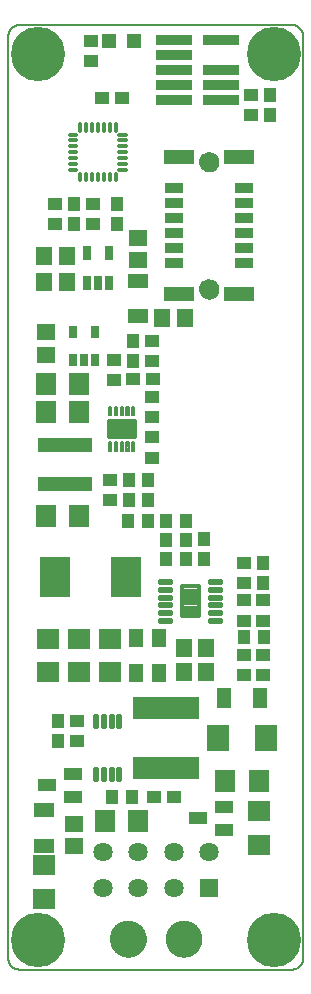
<source format=gts>
G75*
%MOIN*%
%OFA0B0*%
%FSLAX25Y25*%
%IPPOS*%
%LPD*%
%AMOC8*
5,1,8,0,0,1.08239X$1,22.5*
%
%ADD10C,0.00000*%
%ADD11C,0.06699*%
%ADD12R,0.06306X0.03550*%
%ADD13R,0.10243X0.05124*%
%ADD14C,0.01384*%
%ADD15R,0.04731X0.04337*%
%ADD16R,0.04337X0.04731*%
%ADD17R,0.12211X0.03550*%
%ADD18R,0.05124X0.05124*%
%ADD19C,0.00500*%
%ADD20C,0.18117*%
%ADD21C,0.01419*%
%ADD22C,0.00987*%
%ADD23R,0.07498X0.06699*%
%ADD24R,0.06699X0.07487*%
%ADD25R,0.07408X0.08904*%
%ADD26R,0.05124X0.06699*%
%ADD27R,0.22054X0.07683*%
%ADD28R,0.05124X0.06306*%
%ADD29R,0.05518X0.06306*%
%ADD30R,0.07487X0.06699*%
%ADD31C,0.06424*%
%ADD32R,0.06424X0.06424*%
%ADD33C,0.12211*%
%ADD34R,0.06306X0.05518*%
%ADD35R,0.06699X0.05124*%
%ADD36R,0.06699X0.07498*%
%ADD37R,0.10243X0.13195*%
%ADD38R,0.05912X0.04337*%
%ADD39R,0.02565X0.05124*%
%ADD40C,0.01724*%
%ADD41C,0.00692*%
%ADD42R,0.18117X0.05124*%
%ADD43R,0.02762X0.03943*%
D10*
X0050443Y0019610D02*
X0050445Y0019763D01*
X0050451Y0019917D01*
X0050461Y0020070D01*
X0050475Y0020222D01*
X0050493Y0020375D01*
X0050515Y0020526D01*
X0050540Y0020677D01*
X0050570Y0020828D01*
X0050604Y0020978D01*
X0050641Y0021126D01*
X0050682Y0021274D01*
X0050727Y0021420D01*
X0050776Y0021566D01*
X0050829Y0021710D01*
X0050885Y0021852D01*
X0050945Y0021993D01*
X0051009Y0022133D01*
X0051076Y0022271D01*
X0051147Y0022407D01*
X0051222Y0022541D01*
X0051299Y0022673D01*
X0051381Y0022803D01*
X0051465Y0022931D01*
X0051553Y0023057D01*
X0051644Y0023180D01*
X0051738Y0023301D01*
X0051836Y0023419D01*
X0051936Y0023535D01*
X0052040Y0023648D01*
X0052146Y0023759D01*
X0052255Y0023867D01*
X0052367Y0023972D01*
X0052481Y0024073D01*
X0052599Y0024172D01*
X0052718Y0024268D01*
X0052840Y0024361D01*
X0052965Y0024450D01*
X0053092Y0024537D01*
X0053221Y0024619D01*
X0053352Y0024699D01*
X0053485Y0024775D01*
X0053620Y0024848D01*
X0053757Y0024917D01*
X0053896Y0024982D01*
X0054036Y0025044D01*
X0054178Y0025102D01*
X0054321Y0025157D01*
X0054466Y0025208D01*
X0054612Y0025255D01*
X0054759Y0025298D01*
X0054907Y0025337D01*
X0055056Y0025373D01*
X0055206Y0025404D01*
X0055357Y0025432D01*
X0055508Y0025456D01*
X0055661Y0025476D01*
X0055813Y0025492D01*
X0055966Y0025504D01*
X0056119Y0025512D01*
X0056272Y0025516D01*
X0056426Y0025516D01*
X0056579Y0025512D01*
X0056732Y0025504D01*
X0056885Y0025492D01*
X0057037Y0025476D01*
X0057190Y0025456D01*
X0057341Y0025432D01*
X0057492Y0025404D01*
X0057642Y0025373D01*
X0057791Y0025337D01*
X0057939Y0025298D01*
X0058086Y0025255D01*
X0058232Y0025208D01*
X0058377Y0025157D01*
X0058520Y0025102D01*
X0058662Y0025044D01*
X0058802Y0024982D01*
X0058941Y0024917D01*
X0059078Y0024848D01*
X0059213Y0024775D01*
X0059346Y0024699D01*
X0059477Y0024619D01*
X0059606Y0024537D01*
X0059733Y0024450D01*
X0059858Y0024361D01*
X0059980Y0024268D01*
X0060099Y0024172D01*
X0060217Y0024073D01*
X0060331Y0023972D01*
X0060443Y0023867D01*
X0060552Y0023759D01*
X0060658Y0023648D01*
X0060762Y0023535D01*
X0060862Y0023419D01*
X0060960Y0023301D01*
X0061054Y0023180D01*
X0061145Y0023057D01*
X0061233Y0022931D01*
X0061317Y0022803D01*
X0061399Y0022673D01*
X0061476Y0022541D01*
X0061551Y0022407D01*
X0061622Y0022271D01*
X0061689Y0022133D01*
X0061753Y0021993D01*
X0061813Y0021852D01*
X0061869Y0021710D01*
X0061922Y0021566D01*
X0061971Y0021420D01*
X0062016Y0021274D01*
X0062057Y0021126D01*
X0062094Y0020978D01*
X0062128Y0020828D01*
X0062158Y0020677D01*
X0062183Y0020526D01*
X0062205Y0020375D01*
X0062223Y0020222D01*
X0062237Y0020070D01*
X0062247Y0019917D01*
X0062253Y0019763D01*
X0062255Y0019610D01*
X0062253Y0019457D01*
X0062247Y0019303D01*
X0062237Y0019150D01*
X0062223Y0018998D01*
X0062205Y0018845D01*
X0062183Y0018694D01*
X0062158Y0018543D01*
X0062128Y0018392D01*
X0062094Y0018242D01*
X0062057Y0018094D01*
X0062016Y0017946D01*
X0061971Y0017800D01*
X0061922Y0017654D01*
X0061869Y0017510D01*
X0061813Y0017368D01*
X0061753Y0017227D01*
X0061689Y0017087D01*
X0061622Y0016949D01*
X0061551Y0016813D01*
X0061476Y0016679D01*
X0061399Y0016547D01*
X0061317Y0016417D01*
X0061233Y0016289D01*
X0061145Y0016163D01*
X0061054Y0016040D01*
X0060960Y0015919D01*
X0060862Y0015801D01*
X0060762Y0015685D01*
X0060658Y0015572D01*
X0060552Y0015461D01*
X0060443Y0015353D01*
X0060331Y0015248D01*
X0060217Y0015147D01*
X0060099Y0015048D01*
X0059980Y0014952D01*
X0059858Y0014859D01*
X0059733Y0014770D01*
X0059606Y0014683D01*
X0059477Y0014601D01*
X0059346Y0014521D01*
X0059213Y0014445D01*
X0059078Y0014372D01*
X0058941Y0014303D01*
X0058802Y0014238D01*
X0058662Y0014176D01*
X0058520Y0014118D01*
X0058377Y0014063D01*
X0058232Y0014012D01*
X0058086Y0013965D01*
X0057939Y0013922D01*
X0057791Y0013883D01*
X0057642Y0013847D01*
X0057492Y0013816D01*
X0057341Y0013788D01*
X0057190Y0013764D01*
X0057037Y0013744D01*
X0056885Y0013728D01*
X0056732Y0013716D01*
X0056579Y0013708D01*
X0056426Y0013704D01*
X0056272Y0013704D01*
X0056119Y0013708D01*
X0055966Y0013716D01*
X0055813Y0013728D01*
X0055661Y0013744D01*
X0055508Y0013764D01*
X0055357Y0013788D01*
X0055206Y0013816D01*
X0055056Y0013847D01*
X0054907Y0013883D01*
X0054759Y0013922D01*
X0054612Y0013965D01*
X0054466Y0014012D01*
X0054321Y0014063D01*
X0054178Y0014118D01*
X0054036Y0014176D01*
X0053896Y0014238D01*
X0053757Y0014303D01*
X0053620Y0014372D01*
X0053485Y0014445D01*
X0053352Y0014521D01*
X0053221Y0014601D01*
X0053092Y0014683D01*
X0052965Y0014770D01*
X0052840Y0014859D01*
X0052718Y0014952D01*
X0052599Y0015048D01*
X0052481Y0015147D01*
X0052367Y0015248D01*
X0052255Y0015353D01*
X0052146Y0015461D01*
X0052040Y0015572D01*
X0051936Y0015685D01*
X0051836Y0015801D01*
X0051738Y0015919D01*
X0051644Y0016040D01*
X0051553Y0016163D01*
X0051465Y0016289D01*
X0051381Y0016417D01*
X0051299Y0016547D01*
X0051222Y0016679D01*
X0051147Y0016813D01*
X0051076Y0016949D01*
X0051009Y0017087D01*
X0050945Y0017227D01*
X0050885Y0017368D01*
X0050829Y0017510D01*
X0050776Y0017654D01*
X0050727Y0017800D01*
X0050682Y0017946D01*
X0050641Y0018094D01*
X0050604Y0018242D01*
X0050570Y0018392D01*
X0050540Y0018543D01*
X0050515Y0018694D01*
X0050493Y0018845D01*
X0050475Y0018998D01*
X0050461Y0019150D01*
X0050451Y0019303D01*
X0050445Y0019457D01*
X0050443Y0019610D01*
X0068946Y0019610D02*
X0068948Y0019763D01*
X0068954Y0019917D01*
X0068964Y0020070D01*
X0068978Y0020222D01*
X0068996Y0020375D01*
X0069018Y0020526D01*
X0069043Y0020677D01*
X0069073Y0020828D01*
X0069107Y0020978D01*
X0069144Y0021126D01*
X0069185Y0021274D01*
X0069230Y0021420D01*
X0069279Y0021566D01*
X0069332Y0021710D01*
X0069388Y0021852D01*
X0069448Y0021993D01*
X0069512Y0022133D01*
X0069579Y0022271D01*
X0069650Y0022407D01*
X0069725Y0022541D01*
X0069802Y0022673D01*
X0069884Y0022803D01*
X0069968Y0022931D01*
X0070056Y0023057D01*
X0070147Y0023180D01*
X0070241Y0023301D01*
X0070339Y0023419D01*
X0070439Y0023535D01*
X0070543Y0023648D01*
X0070649Y0023759D01*
X0070758Y0023867D01*
X0070870Y0023972D01*
X0070984Y0024073D01*
X0071102Y0024172D01*
X0071221Y0024268D01*
X0071343Y0024361D01*
X0071468Y0024450D01*
X0071595Y0024537D01*
X0071724Y0024619D01*
X0071855Y0024699D01*
X0071988Y0024775D01*
X0072123Y0024848D01*
X0072260Y0024917D01*
X0072399Y0024982D01*
X0072539Y0025044D01*
X0072681Y0025102D01*
X0072824Y0025157D01*
X0072969Y0025208D01*
X0073115Y0025255D01*
X0073262Y0025298D01*
X0073410Y0025337D01*
X0073559Y0025373D01*
X0073709Y0025404D01*
X0073860Y0025432D01*
X0074011Y0025456D01*
X0074164Y0025476D01*
X0074316Y0025492D01*
X0074469Y0025504D01*
X0074622Y0025512D01*
X0074775Y0025516D01*
X0074929Y0025516D01*
X0075082Y0025512D01*
X0075235Y0025504D01*
X0075388Y0025492D01*
X0075540Y0025476D01*
X0075693Y0025456D01*
X0075844Y0025432D01*
X0075995Y0025404D01*
X0076145Y0025373D01*
X0076294Y0025337D01*
X0076442Y0025298D01*
X0076589Y0025255D01*
X0076735Y0025208D01*
X0076880Y0025157D01*
X0077023Y0025102D01*
X0077165Y0025044D01*
X0077305Y0024982D01*
X0077444Y0024917D01*
X0077581Y0024848D01*
X0077716Y0024775D01*
X0077849Y0024699D01*
X0077980Y0024619D01*
X0078109Y0024537D01*
X0078236Y0024450D01*
X0078361Y0024361D01*
X0078483Y0024268D01*
X0078602Y0024172D01*
X0078720Y0024073D01*
X0078834Y0023972D01*
X0078946Y0023867D01*
X0079055Y0023759D01*
X0079161Y0023648D01*
X0079265Y0023535D01*
X0079365Y0023419D01*
X0079463Y0023301D01*
X0079557Y0023180D01*
X0079648Y0023057D01*
X0079736Y0022931D01*
X0079820Y0022803D01*
X0079902Y0022673D01*
X0079979Y0022541D01*
X0080054Y0022407D01*
X0080125Y0022271D01*
X0080192Y0022133D01*
X0080256Y0021993D01*
X0080316Y0021852D01*
X0080372Y0021710D01*
X0080425Y0021566D01*
X0080474Y0021420D01*
X0080519Y0021274D01*
X0080560Y0021126D01*
X0080597Y0020978D01*
X0080631Y0020828D01*
X0080661Y0020677D01*
X0080686Y0020526D01*
X0080708Y0020375D01*
X0080726Y0020222D01*
X0080740Y0020070D01*
X0080750Y0019917D01*
X0080756Y0019763D01*
X0080758Y0019610D01*
X0080756Y0019457D01*
X0080750Y0019303D01*
X0080740Y0019150D01*
X0080726Y0018998D01*
X0080708Y0018845D01*
X0080686Y0018694D01*
X0080661Y0018543D01*
X0080631Y0018392D01*
X0080597Y0018242D01*
X0080560Y0018094D01*
X0080519Y0017946D01*
X0080474Y0017800D01*
X0080425Y0017654D01*
X0080372Y0017510D01*
X0080316Y0017368D01*
X0080256Y0017227D01*
X0080192Y0017087D01*
X0080125Y0016949D01*
X0080054Y0016813D01*
X0079979Y0016679D01*
X0079902Y0016547D01*
X0079820Y0016417D01*
X0079736Y0016289D01*
X0079648Y0016163D01*
X0079557Y0016040D01*
X0079463Y0015919D01*
X0079365Y0015801D01*
X0079265Y0015685D01*
X0079161Y0015572D01*
X0079055Y0015461D01*
X0078946Y0015353D01*
X0078834Y0015248D01*
X0078720Y0015147D01*
X0078602Y0015048D01*
X0078483Y0014952D01*
X0078361Y0014859D01*
X0078236Y0014770D01*
X0078109Y0014683D01*
X0077980Y0014601D01*
X0077849Y0014521D01*
X0077716Y0014445D01*
X0077581Y0014372D01*
X0077444Y0014303D01*
X0077305Y0014238D01*
X0077165Y0014176D01*
X0077023Y0014118D01*
X0076880Y0014063D01*
X0076735Y0014012D01*
X0076589Y0013965D01*
X0076442Y0013922D01*
X0076294Y0013883D01*
X0076145Y0013847D01*
X0075995Y0013816D01*
X0075844Y0013788D01*
X0075693Y0013764D01*
X0075540Y0013744D01*
X0075388Y0013728D01*
X0075235Y0013716D01*
X0075082Y0013708D01*
X0074929Y0013704D01*
X0074775Y0013704D01*
X0074622Y0013708D01*
X0074469Y0013716D01*
X0074316Y0013728D01*
X0074164Y0013744D01*
X0074011Y0013764D01*
X0073860Y0013788D01*
X0073709Y0013816D01*
X0073559Y0013847D01*
X0073410Y0013883D01*
X0073262Y0013922D01*
X0073115Y0013965D01*
X0072969Y0014012D01*
X0072824Y0014063D01*
X0072681Y0014118D01*
X0072539Y0014176D01*
X0072399Y0014238D01*
X0072260Y0014303D01*
X0072123Y0014372D01*
X0071988Y0014445D01*
X0071855Y0014521D01*
X0071724Y0014601D01*
X0071595Y0014683D01*
X0071468Y0014770D01*
X0071343Y0014859D01*
X0071221Y0014952D01*
X0071102Y0015048D01*
X0070984Y0015147D01*
X0070870Y0015248D01*
X0070758Y0015353D01*
X0070649Y0015461D01*
X0070543Y0015572D01*
X0070439Y0015685D01*
X0070339Y0015801D01*
X0070241Y0015919D01*
X0070147Y0016040D01*
X0070056Y0016163D01*
X0069968Y0016289D01*
X0069884Y0016417D01*
X0069802Y0016547D01*
X0069725Y0016679D01*
X0069650Y0016813D01*
X0069579Y0016949D01*
X0069512Y0017087D01*
X0069448Y0017227D01*
X0069388Y0017368D01*
X0069332Y0017510D01*
X0069279Y0017654D01*
X0069230Y0017800D01*
X0069185Y0017946D01*
X0069144Y0018094D01*
X0069107Y0018242D01*
X0069073Y0018392D01*
X0069043Y0018543D01*
X0069018Y0018694D01*
X0068996Y0018845D01*
X0068978Y0018998D01*
X0068964Y0019150D01*
X0068954Y0019303D01*
X0068948Y0019457D01*
X0068946Y0019610D01*
X0080167Y0236205D02*
X0080169Y0236317D01*
X0080175Y0236428D01*
X0080185Y0236540D01*
X0080199Y0236651D01*
X0080216Y0236761D01*
X0080238Y0236871D01*
X0080264Y0236980D01*
X0080293Y0237088D01*
X0080326Y0237194D01*
X0080363Y0237300D01*
X0080404Y0237404D01*
X0080449Y0237507D01*
X0080497Y0237608D01*
X0080548Y0237707D01*
X0080603Y0237804D01*
X0080662Y0237899D01*
X0080723Y0237993D01*
X0080788Y0238084D01*
X0080857Y0238172D01*
X0080928Y0238258D01*
X0081002Y0238342D01*
X0081080Y0238422D01*
X0081160Y0238500D01*
X0081243Y0238576D01*
X0081328Y0238648D01*
X0081416Y0238717D01*
X0081506Y0238783D01*
X0081599Y0238845D01*
X0081694Y0238905D01*
X0081791Y0238961D01*
X0081889Y0239013D01*
X0081990Y0239062D01*
X0082092Y0239107D01*
X0082196Y0239149D01*
X0082301Y0239187D01*
X0082408Y0239221D01*
X0082515Y0239251D01*
X0082624Y0239278D01*
X0082733Y0239300D01*
X0082844Y0239319D01*
X0082954Y0239334D01*
X0083066Y0239345D01*
X0083177Y0239352D01*
X0083289Y0239355D01*
X0083401Y0239354D01*
X0083513Y0239349D01*
X0083624Y0239340D01*
X0083735Y0239327D01*
X0083846Y0239310D01*
X0083956Y0239290D01*
X0084065Y0239265D01*
X0084173Y0239237D01*
X0084280Y0239204D01*
X0084386Y0239168D01*
X0084490Y0239128D01*
X0084593Y0239085D01*
X0084695Y0239038D01*
X0084794Y0238987D01*
X0084892Y0238933D01*
X0084988Y0238875D01*
X0085082Y0238814D01*
X0085173Y0238750D01*
X0085262Y0238683D01*
X0085349Y0238612D01*
X0085433Y0238538D01*
X0085515Y0238462D01*
X0085593Y0238382D01*
X0085669Y0238300D01*
X0085742Y0238215D01*
X0085812Y0238128D01*
X0085878Y0238038D01*
X0085942Y0237946D01*
X0086002Y0237852D01*
X0086059Y0237756D01*
X0086112Y0237657D01*
X0086162Y0237557D01*
X0086208Y0237456D01*
X0086251Y0237352D01*
X0086290Y0237247D01*
X0086325Y0237141D01*
X0086356Y0237034D01*
X0086384Y0236925D01*
X0086407Y0236816D01*
X0086427Y0236706D01*
X0086443Y0236595D01*
X0086455Y0236484D01*
X0086463Y0236373D01*
X0086467Y0236261D01*
X0086467Y0236149D01*
X0086463Y0236037D01*
X0086455Y0235926D01*
X0086443Y0235815D01*
X0086427Y0235704D01*
X0086407Y0235594D01*
X0086384Y0235485D01*
X0086356Y0235376D01*
X0086325Y0235269D01*
X0086290Y0235163D01*
X0086251Y0235058D01*
X0086208Y0234954D01*
X0086162Y0234853D01*
X0086112Y0234753D01*
X0086059Y0234654D01*
X0086002Y0234558D01*
X0085942Y0234464D01*
X0085878Y0234372D01*
X0085812Y0234282D01*
X0085742Y0234195D01*
X0085669Y0234110D01*
X0085593Y0234028D01*
X0085515Y0233948D01*
X0085433Y0233872D01*
X0085349Y0233798D01*
X0085262Y0233727D01*
X0085173Y0233660D01*
X0085082Y0233596D01*
X0084988Y0233535D01*
X0084892Y0233477D01*
X0084794Y0233423D01*
X0084695Y0233372D01*
X0084593Y0233325D01*
X0084490Y0233282D01*
X0084386Y0233242D01*
X0084280Y0233206D01*
X0084173Y0233173D01*
X0084065Y0233145D01*
X0083956Y0233120D01*
X0083846Y0233100D01*
X0083735Y0233083D01*
X0083624Y0233070D01*
X0083513Y0233061D01*
X0083401Y0233056D01*
X0083289Y0233055D01*
X0083177Y0233058D01*
X0083066Y0233065D01*
X0082954Y0233076D01*
X0082844Y0233091D01*
X0082733Y0233110D01*
X0082624Y0233132D01*
X0082515Y0233159D01*
X0082408Y0233189D01*
X0082301Y0233223D01*
X0082196Y0233261D01*
X0082092Y0233303D01*
X0081990Y0233348D01*
X0081889Y0233397D01*
X0081791Y0233449D01*
X0081694Y0233505D01*
X0081599Y0233565D01*
X0081506Y0233627D01*
X0081416Y0233693D01*
X0081328Y0233762D01*
X0081243Y0233834D01*
X0081160Y0233910D01*
X0081080Y0233988D01*
X0081002Y0234068D01*
X0080928Y0234152D01*
X0080857Y0234238D01*
X0080788Y0234326D01*
X0080723Y0234417D01*
X0080662Y0234511D01*
X0080603Y0234606D01*
X0080548Y0234703D01*
X0080497Y0234802D01*
X0080449Y0234903D01*
X0080404Y0235006D01*
X0080363Y0235110D01*
X0080326Y0235216D01*
X0080293Y0235322D01*
X0080264Y0235430D01*
X0080238Y0235539D01*
X0080216Y0235649D01*
X0080199Y0235759D01*
X0080185Y0235870D01*
X0080175Y0235982D01*
X0080169Y0236093D01*
X0080167Y0236205D01*
X0080169Y0236317D01*
X0080175Y0236428D01*
X0080185Y0236540D01*
X0080199Y0236651D01*
X0080216Y0236761D01*
X0080238Y0236871D01*
X0080264Y0236980D01*
X0080293Y0237088D01*
X0080326Y0237194D01*
X0080363Y0237300D01*
X0080404Y0237404D01*
X0080449Y0237507D01*
X0080497Y0237608D01*
X0080548Y0237707D01*
X0080603Y0237804D01*
X0080662Y0237899D01*
X0080723Y0237993D01*
X0080788Y0238084D01*
X0080857Y0238172D01*
X0080928Y0238258D01*
X0081002Y0238342D01*
X0081080Y0238422D01*
X0081160Y0238500D01*
X0081243Y0238576D01*
X0081328Y0238648D01*
X0081416Y0238717D01*
X0081506Y0238783D01*
X0081599Y0238845D01*
X0081694Y0238905D01*
X0081791Y0238961D01*
X0081889Y0239013D01*
X0081990Y0239062D01*
X0082092Y0239107D01*
X0082196Y0239149D01*
X0082301Y0239187D01*
X0082408Y0239221D01*
X0082515Y0239251D01*
X0082624Y0239278D01*
X0082733Y0239300D01*
X0082844Y0239319D01*
X0082954Y0239334D01*
X0083066Y0239345D01*
X0083177Y0239352D01*
X0083289Y0239355D01*
X0083401Y0239354D01*
X0083513Y0239349D01*
X0083624Y0239340D01*
X0083735Y0239327D01*
X0083846Y0239310D01*
X0083956Y0239290D01*
X0084065Y0239265D01*
X0084173Y0239237D01*
X0084280Y0239204D01*
X0084386Y0239168D01*
X0084490Y0239128D01*
X0084593Y0239085D01*
X0084695Y0239038D01*
X0084794Y0238987D01*
X0084892Y0238933D01*
X0084988Y0238875D01*
X0085082Y0238814D01*
X0085173Y0238750D01*
X0085262Y0238683D01*
X0085349Y0238612D01*
X0085433Y0238538D01*
X0085515Y0238462D01*
X0085593Y0238382D01*
X0085669Y0238300D01*
X0085742Y0238215D01*
X0085812Y0238128D01*
X0085878Y0238038D01*
X0085942Y0237946D01*
X0086002Y0237852D01*
X0086059Y0237756D01*
X0086112Y0237657D01*
X0086162Y0237557D01*
X0086208Y0237456D01*
X0086251Y0237352D01*
X0086290Y0237247D01*
X0086325Y0237141D01*
X0086356Y0237034D01*
X0086384Y0236925D01*
X0086407Y0236816D01*
X0086427Y0236706D01*
X0086443Y0236595D01*
X0086455Y0236484D01*
X0086463Y0236373D01*
X0086467Y0236261D01*
X0086467Y0236149D01*
X0086463Y0236037D01*
X0086455Y0235926D01*
X0086443Y0235815D01*
X0086427Y0235704D01*
X0086407Y0235594D01*
X0086384Y0235485D01*
X0086356Y0235376D01*
X0086325Y0235269D01*
X0086290Y0235163D01*
X0086251Y0235058D01*
X0086208Y0234954D01*
X0086162Y0234853D01*
X0086112Y0234753D01*
X0086059Y0234654D01*
X0086002Y0234558D01*
X0085942Y0234464D01*
X0085878Y0234372D01*
X0085812Y0234282D01*
X0085742Y0234195D01*
X0085669Y0234110D01*
X0085593Y0234028D01*
X0085515Y0233948D01*
X0085433Y0233872D01*
X0085349Y0233798D01*
X0085262Y0233727D01*
X0085173Y0233660D01*
X0085082Y0233596D01*
X0084988Y0233535D01*
X0084892Y0233477D01*
X0084794Y0233423D01*
X0084695Y0233372D01*
X0084593Y0233325D01*
X0084490Y0233282D01*
X0084386Y0233242D01*
X0084280Y0233206D01*
X0084173Y0233173D01*
X0084065Y0233145D01*
X0083956Y0233120D01*
X0083846Y0233100D01*
X0083735Y0233083D01*
X0083624Y0233070D01*
X0083513Y0233061D01*
X0083401Y0233056D01*
X0083289Y0233055D01*
X0083177Y0233058D01*
X0083066Y0233065D01*
X0082954Y0233076D01*
X0082844Y0233091D01*
X0082733Y0233110D01*
X0082624Y0233132D01*
X0082515Y0233159D01*
X0082408Y0233189D01*
X0082301Y0233223D01*
X0082196Y0233261D01*
X0082092Y0233303D01*
X0081990Y0233348D01*
X0081889Y0233397D01*
X0081791Y0233449D01*
X0081694Y0233505D01*
X0081599Y0233565D01*
X0081506Y0233627D01*
X0081416Y0233693D01*
X0081328Y0233762D01*
X0081243Y0233834D01*
X0081160Y0233910D01*
X0081080Y0233988D01*
X0081002Y0234068D01*
X0080928Y0234152D01*
X0080857Y0234238D01*
X0080788Y0234326D01*
X0080723Y0234417D01*
X0080662Y0234511D01*
X0080603Y0234606D01*
X0080548Y0234703D01*
X0080497Y0234802D01*
X0080449Y0234903D01*
X0080404Y0235006D01*
X0080363Y0235110D01*
X0080326Y0235216D01*
X0080293Y0235322D01*
X0080264Y0235430D01*
X0080238Y0235539D01*
X0080216Y0235649D01*
X0080199Y0235759D01*
X0080185Y0235870D01*
X0080175Y0235982D01*
X0080169Y0236093D01*
X0080167Y0236205D01*
X0080167Y0278606D02*
X0080169Y0278718D01*
X0080175Y0278829D01*
X0080185Y0278941D01*
X0080199Y0279052D01*
X0080216Y0279162D01*
X0080238Y0279272D01*
X0080264Y0279381D01*
X0080293Y0279489D01*
X0080326Y0279595D01*
X0080363Y0279701D01*
X0080404Y0279805D01*
X0080449Y0279908D01*
X0080497Y0280009D01*
X0080548Y0280108D01*
X0080603Y0280205D01*
X0080662Y0280300D01*
X0080723Y0280394D01*
X0080788Y0280485D01*
X0080857Y0280573D01*
X0080928Y0280659D01*
X0081002Y0280743D01*
X0081080Y0280823D01*
X0081160Y0280901D01*
X0081243Y0280977D01*
X0081328Y0281049D01*
X0081416Y0281118D01*
X0081506Y0281184D01*
X0081599Y0281246D01*
X0081694Y0281306D01*
X0081791Y0281362D01*
X0081889Y0281414D01*
X0081990Y0281463D01*
X0082092Y0281508D01*
X0082196Y0281550D01*
X0082301Y0281588D01*
X0082408Y0281622D01*
X0082515Y0281652D01*
X0082624Y0281679D01*
X0082733Y0281701D01*
X0082844Y0281720D01*
X0082954Y0281735D01*
X0083066Y0281746D01*
X0083177Y0281753D01*
X0083289Y0281756D01*
X0083401Y0281755D01*
X0083513Y0281750D01*
X0083624Y0281741D01*
X0083735Y0281728D01*
X0083846Y0281711D01*
X0083956Y0281691D01*
X0084065Y0281666D01*
X0084173Y0281638D01*
X0084280Y0281605D01*
X0084386Y0281569D01*
X0084490Y0281529D01*
X0084593Y0281486D01*
X0084695Y0281439D01*
X0084794Y0281388D01*
X0084892Y0281334D01*
X0084988Y0281276D01*
X0085082Y0281215D01*
X0085173Y0281151D01*
X0085262Y0281084D01*
X0085349Y0281013D01*
X0085433Y0280939D01*
X0085515Y0280863D01*
X0085593Y0280783D01*
X0085669Y0280701D01*
X0085742Y0280616D01*
X0085812Y0280529D01*
X0085878Y0280439D01*
X0085942Y0280347D01*
X0086002Y0280253D01*
X0086059Y0280157D01*
X0086112Y0280058D01*
X0086162Y0279958D01*
X0086208Y0279857D01*
X0086251Y0279753D01*
X0086290Y0279648D01*
X0086325Y0279542D01*
X0086356Y0279435D01*
X0086384Y0279326D01*
X0086407Y0279217D01*
X0086427Y0279107D01*
X0086443Y0278996D01*
X0086455Y0278885D01*
X0086463Y0278774D01*
X0086467Y0278662D01*
X0086467Y0278550D01*
X0086463Y0278438D01*
X0086455Y0278327D01*
X0086443Y0278216D01*
X0086427Y0278105D01*
X0086407Y0277995D01*
X0086384Y0277886D01*
X0086356Y0277777D01*
X0086325Y0277670D01*
X0086290Y0277564D01*
X0086251Y0277459D01*
X0086208Y0277355D01*
X0086162Y0277254D01*
X0086112Y0277154D01*
X0086059Y0277055D01*
X0086002Y0276959D01*
X0085942Y0276865D01*
X0085878Y0276773D01*
X0085812Y0276683D01*
X0085742Y0276596D01*
X0085669Y0276511D01*
X0085593Y0276429D01*
X0085515Y0276349D01*
X0085433Y0276273D01*
X0085349Y0276199D01*
X0085262Y0276128D01*
X0085173Y0276061D01*
X0085082Y0275997D01*
X0084988Y0275936D01*
X0084892Y0275878D01*
X0084794Y0275824D01*
X0084695Y0275773D01*
X0084593Y0275726D01*
X0084490Y0275683D01*
X0084386Y0275643D01*
X0084280Y0275607D01*
X0084173Y0275574D01*
X0084065Y0275546D01*
X0083956Y0275521D01*
X0083846Y0275501D01*
X0083735Y0275484D01*
X0083624Y0275471D01*
X0083513Y0275462D01*
X0083401Y0275457D01*
X0083289Y0275456D01*
X0083177Y0275459D01*
X0083066Y0275466D01*
X0082954Y0275477D01*
X0082844Y0275492D01*
X0082733Y0275511D01*
X0082624Y0275533D01*
X0082515Y0275560D01*
X0082408Y0275590D01*
X0082301Y0275624D01*
X0082196Y0275662D01*
X0082092Y0275704D01*
X0081990Y0275749D01*
X0081889Y0275798D01*
X0081791Y0275850D01*
X0081694Y0275906D01*
X0081599Y0275966D01*
X0081506Y0276028D01*
X0081416Y0276094D01*
X0081328Y0276163D01*
X0081243Y0276235D01*
X0081160Y0276311D01*
X0081080Y0276389D01*
X0081002Y0276469D01*
X0080928Y0276553D01*
X0080857Y0276639D01*
X0080788Y0276727D01*
X0080723Y0276818D01*
X0080662Y0276912D01*
X0080603Y0277007D01*
X0080548Y0277104D01*
X0080497Y0277203D01*
X0080449Y0277304D01*
X0080404Y0277407D01*
X0080363Y0277511D01*
X0080326Y0277617D01*
X0080293Y0277723D01*
X0080264Y0277831D01*
X0080238Y0277940D01*
X0080216Y0278050D01*
X0080199Y0278160D01*
X0080185Y0278271D01*
X0080175Y0278383D01*
X0080169Y0278494D01*
X0080167Y0278606D01*
X0080169Y0278718D01*
X0080175Y0278829D01*
X0080185Y0278941D01*
X0080199Y0279052D01*
X0080216Y0279162D01*
X0080238Y0279272D01*
X0080264Y0279381D01*
X0080293Y0279489D01*
X0080326Y0279595D01*
X0080363Y0279701D01*
X0080404Y0279805D01*
X0080449Y0279908D01*
X0080497Y0280009D01*
X0080548Y0280108D01*
X0080603Y0280205D01*
X0080662Y0280300D01*
X0080723Y0280394D01*
X0080788Y0280485D01*
X0080857Y0280573D01*
X0080928Y0280659D01*
X0081002Y0280743D01*
X0081080Y0280823D01*
X0081160Y0280901D01*
X0081243Y0280977D01*
X0081328Y0281049D01*
X0081416Y0281118D01*
X0081506Y0281184D01*
X0081599Y0281246D01*
X0081694Y0281306D01*
X0081791Y0281362D01*
X0081889Y0281414D01*
X0081990Y0281463D01*
X0082092Y0281508D01*
X0082196Y0281550D01*
X0082301Y0281588D01*
X0082408Y0281622D01*
X0082515Y0281652D01*
X0082624Y0281679D01*
X0082733Y0281701D01*
X0082844Y0281720D01*
X0082954Y0281735D01*
X0083066Y0281746D01*
X0083177Y0281753D01*
X0083289Y0281756D01*
X0083401Y0281755D01*
X0083513Y0281750D01*
X0083624Y0281741D01*
X0083735Y0281728D01*
X0083846Y0281711D01*
X0083956Y0281691D01*
X0084065Y0281666D01*
X0084173Y0281638D01*
X0084280Y0281605D01*
X0084386Y0281569D01*
X0084490Y0281529D01*
X0084593Y0281486D01*
X0084695Y0281439D01*
X0084794Y0281388D01*
X0084892Y0281334D01*
X0084988Y0281276D01*
X0085082Y0281215D01*
X0085173Y0281151D01*
X0085262Y0281084D01*
X0085349Y0281013D01*
X0085433Y0280939D01*
X0085515Y0280863D01*
X0085593Y0280783D01*
X0085669Y0280701D01*
X0085742Y0280616D01*
X0085812Y0280529D01*
X0085878Y0280439D01*
X0085942Y0280347D01*
X0086002Y0280253D01*
X0086059Y0280157D01*
X0086112Y0280058D01*
X0086162Y0279958D01*
X0086208Y0279857D01*
X0086251Y0279753D01*
X0086290Y0279648D01*
X0086325Y0279542D01*
X0086356Y0279435D01*
X0086384Y0279326D01*
X0086407Y0279217D01*
X0086427Y0279107D01*
X0086443Y0278996D01*
X0086455Y0278885D01*
X0086463Y0278774D01*
X0086467Y0278662D01*
X0086467Y0278550D01*
X0086463Y0278438D01*
X0086455Y0278327D01*
X0086443Y0278216D01*
X0086427Y0278105D01*
X0086407Y0277995D01*
X0086384Y0277886D01*
X0086356Y0277777D01*
X0086325Y0277670D01*
X0086290Y0277564D01*
X0086251Y0277459D01*
X0086208Y0277355D01*
X0086162Y0277254D01*
X0086112Y0277154D01*
X0086059Y0277055D01*
X0086002Y0276959D01*
X0085942Y0276865D01*
X0085878Y0276773D01*
X0085812Y0276683D01*
X0085742Y0276596D01*
X0085669Y0276511D01*
X0085593Y0276429D01*
X0085515Y0276349D01*
X0085433Y0276273D01*
X0085349Y0276199D01*
X0085262Y0276128D01*
X0085173Y0276061D01*
X0085082Y0275997D01*
X0084988Y0275936D01*
X0084892Y0275878D01*
X0084794Y0275824D01*
X0084695Y0275773D01*
X0084593Y0275726D01*
X0084490Y0275683D01*
X0084386Y0275643D01*
X0084280Y0275607D01*
X0084173Y0275574D01*
X0084065Y0275546D01*
X0083956Y0275521D01*
X0083846Y0275501D01*
X0083735Y0275484D01*
X0083624Y0275471D01*
X0083513Y0275462D01*
X0083401Y0275457D01*
X0083289Y0275456D01*
X0083177Y0275459D01*
X0083066Y0275466D01*
X0082954Y0275477D01*
X0082844Y0275492D01*
X0082733Y0275511D01*
X0082624Y0275533D01*
X0082515Y0275560D01*
X0082408Y0275590D01*
X0082301Y0275624D01*
X0082196Y0275662D01*
X0082092Y0275704D01*
X0081990Y0275749D01*
X0081889Y0275798D01*
X0081791Y0275850D01*
X0081694Y0275906D01*
X0081599Y0275966D01*
X0081506Y0276028D01*
X0081416Y0276094D01*
X0081328Y0276163D01*
X0081243Y0276235D01*
X0081160Y0276311D01*
X0081080Y0276389D01*
X0081002Y0276469D01*
X0080928Y0276553D01*
X0080857Y0276639D01*
X0080788Y0276727D01*
X0080723Y0276818D01*
X0080662Y0276912D01*
X0080603Y0277007D01*
X0080548Y0277104D01*
X0080497Y0277203D01*
X0080449Y0277304D01*
X0080404Y0277407D01*
X0080363Y0277511D01*
X0080326Y0277617D01*
X0080293Y0277723D01*
X0080264Y0277831D01*
X0080238Y0277940D01*
X0080216Y0278050D01*
X0080199Y0278160D01*
X0080185Y0278271D01*
X0080175Y0278383D01*
X0080169Y0278494D01*
X0080167Y0278606D01*
D11*
X0083317Y0278606D03*
X0083317Y0278606D03*
X0083317Y0236205D03*
X0083317Y0236205D03*
D12*
X0071703Y0244866D03*
X0071703Y0249866D03*
X0071703Y0254866D03*
X0071703Y0259866D03*
X0071703Y0264866D03*
X0071703Y0269866D03*
X0094931Y0269866D03*
X0094931Y0264866D03*
X0094931Y0259866D03*
X0094931Y0254866D03*
X0094931Y0249866D03*
X0094931Y0244866D03*
D13*
X0093356Y0234571D03*
X0093356Y0280240D03*
X0073278Y0280240D03*
X0073278Y0234571D03*
D14*
X0055660Y0275909D02*
X0053494Y0275909D01*
X0053494Y0277878D02*
X0055660Y0277878D01*
X0055660Y0279846D02*
X0053494Y0279846D01*
X0053494Y0281815D02*
X0055660Y0281815D01*
X0055660Y0283783D02*
X0053494Y0283783D01*
X0053494Y0285752D02*
X0055660Y0285752D01*
X0055660Y0287720D02*
X0053494Y0287720D01*
X0052215Y0289000D02*
X0052215Y0291166D01*
X0050246Y0291166D02*
X0050246Y0289000D01*
X0048278Y0289000D02*
X0048278Y0291166D01*
X0046309Y0291166D02*
X0046309Y0289000D01*
X0044341Y0289000D02*
X0044341Y0291166D01*
X0042372Y0291166D02*
X0042372Y0289000D01*
X0040404Y0289000D02*
X0040404Y0291166D01*
X0039124Y0287720D02*
X0036958Y0287720D01*
X0036958Y0285752D02*
X0039124Y0285752D01*
X0039124Y0283783D02*
X0036958Y0283783D01*
X0036958Y0281815D02*
X0039124Y0281815D01*
X0039124Y0279846D02*
X0036958Y0279846D01*
X0036958Y0277878D02*
X0039124Y0277878D01*
X0039124Y0275909D02*
X0036958Y0275909D01*
X0040404Y0274630D02*
X0040404Y0272464D01*
X0042372Y0272464D02*
X0042372Y0274630D01*
X0044341Y0274630D02*
X0044341Y0272464D01*
X0046309Y0272464D02*
X0046309Y0274630D01*
X0048278Y0274630D02*
X0048278Y0272464D01*
X0050246Y0272464D02*
X0050246Y0274630D01*
X0052215Y0274630D02*
X0052215Y0272464D01*
D15*
X0044734Y0264689D03*
X0044734Y0257996D03*
X0032136Y0257996D03*
X0032136Y0264689D03*
X0047687Y0299925D03*
X0043947Y0312327D03*
X0043947Y0319020D03*
X0054380Y0299925D03*
X0064419Y0219020D03*
X0064419Y0212327D03*
X0064616Y0206224D03*
X0064419Y0200122D03*
X0064419Y0193429D03*
X0064419Y0186736D03*
X0064419Y0180043D03*
X0057923Y0206224D03*
X0051821Y0206028D03*
X0051821Y0212720D03*
X0050246Y0172563D03*
X0050246Y0165870D03*
X0039223Y0092248D03*
X0039223Y0085555D03*
X0065010Y0066854D03*
X0071703Y0066854D03*
X0095128Y0107602D03*
X0095128Y0114295D03*
X0095128Y0125713D03*
X0095128Y0132406D03*
X0095128Y0138311D03*
X0095128Y0145004D03*
X0101427Y0132406D03*
X0101427Y0125713D03*
X0101427Y0114295D03*
X0101427Y0107602D03*
X0097490Y0294217D03*
X0097490Y0300909D03*
D16*
X0103789Y0300909D03*
X0103789Y0294217D03*
X0062845Y0172563D03*
X0062845Y0165870D03*
X0063041Y0158980D03*
X0068947Y0158980D03*
X0068947Y0152681D03*
X0068947Y0146382D03*
X0075640Y0146382D03*
X0075640Y0152681D03*
X0075640Y0158980D03*
X0081742Y0152878D03*
X0081742Y0146185D03*
X0094931Y0120398D03*
X0101624Y0120398D03*
X0101427Y0138311D03*
X0101427Y0145004D03*
X0058120Y0212327D03*
X0058120Y0219020D03*
X0052608Y0257996D03*
X0052608Y0264689D03*
X0038435Y0264689D03*
X0038435Y0257996D03*
X0056545Y0172563D03*
X0056545Y0165870D03*
X0056349Y0158980D03*
X0032923Y0092248D03*
X0032923Y0085555D03*
X0050837Y0066854D03*
X0057530Y0066854D03*
D17*
X0071506Y0299374D03*
X0071506Y0304374D03*
X0071506Y0309374D03*
X0071506Y0314374D03*
X0071506Y0319374D03*
X0087254Y0319374D03*
X0087254Y0309374D03*
X0087254Y0304374D03*
X0087254Y0299374D03*
D18*
X0058317Y0318823D03*
X0050049Y0318823D03*
D19*
X0016388Y0320398D02*
X0016388Y0013311D01*
X0016390Y0013187D01*
X0016396Y0013064D01*
X0016405Y0012940D01*
X0016419Y0012818D01*
X0016436Y0012695D01*
X0016458Y0012573D01*
X0016483Y0012452D01*
X0016512Y0012332D01*
X0016544Y0012213D01*
X0016581Y0012094D01*
X0016621Y0011977D01*
X0016664Y0011862D01*
X0016712Y0011747D01*
X0016763Y0011635D01*
X0016817Y0011524D01*
X0016875Y0011414D01*
X0016936Y0011307D01*
X0017001Y0011201D01*
X0017069Y0011098D01*
X0017140Y0010997D01*
X0017214Y0010898D01*
X0017291Y0010801D01*
X0017372Y0010707D01*
X0017455Y0010616D01*
X0017541Y0010527D01*
X0017630Y0010441D01*
X0017721Y0010358D01*
X0017815Y0010277D01*
X0017912Y0010200D01*
X0018011Y0010126D01*
X0018112Y0010055D01*
X0018215Y0009987D01*
X0018321Y0009922D01*
X0018428Y0009861D01*
X0018538Y0009803D01*
X0018649Y0009749D01*
X0018761Y0009698D01*
X0018876Y0009650D01*
X0018991Y0009607D01*
X0019108Y0009567D01*
X0019227Y0009530D01*
X0019346Y0009498D01*
X0019466Y0009469D01*
X0019587Y0009444D01*
X0019709Y0009422D01*
X0019832Y0009405D01*
X0019954Y0009391D01*
X0020078Y0009382D01*
X0020201Y0009376D01*
X0020325Y0009374D01*
X0110876Y0009374D01*
X0111000Y0009376D01*
X0111123Y0009382D01*
X0111247Y0009391D01*
X0111369Y0009405D01*
X0111492Y0009422D01*
X0111614Y0009444D01*
X0111735Y0009469D01*
X0111855Y0009498D01*
X0111974Y0009530D01*
X0112093Y0009567D01*
X0112210Y0009607D01*
X0112325Y0009650D01*
X0112440Y0009698D01*
X0112552Y0009749D01*
X0112663Y0009803D01*
X0112773Y0009861D01*
X0112880Y0009922D01*
X0112986Y0009987D01*
X0113089Y0010055D01*
X0113190Y0010126D01*
X0113289Y0010200D01*
X0113386Y0010277D01*
X0113480Y0010358D01*
X0113571Y0010441D01*
X0113660Y0010527D01*
X0113746Y0010616D01*
X0113829Y0010707D01*
X0113910Y0010801D01*
X0113987Y0010898D01*
X0114061Y0010997D01*
X0114132Y0011098D01*
X0114200Y0011201D01*
X0114265Y0011307D01*
X0114326Y0011414D01*
X0114384Y0011524D01*
X0114438Y0011635D01*
X0114489Y0011747D01*
X0114537Y0011862D01*
X0114580Y0011977D01*
X0114620Y0012094D01*
X0114657Y0012213D01*
X0114689Y0012332D01*
X0114718Y0012452D01*
X0114743Y0012573D01*
X0114765Y0012695D01*
X0114782Y0012818D01*
X0114796Y0012940D01*
X0114805Y0013064D01*
X0114811Y0013187D01*
X0114813Y0013311D01*
X0114813Y0320398D01*
X0114811Y0320522D01*
X0114805Y0320645D01*
X0114796Y0320769D01*
X0114782Y0320891D01*
X0114765Y0321014D01*
X0114743Y0321136D01*
X0114718Y0321257D01*
X0114689Y0321377D01*
X0114657Y0321496D01*
X0114620Y0321615D01*
X0114580Y0321732D01*
X0114537Y0321847D01*
X0114489Y0321962D01*
X0114438Y0322074D01*
X0114384Y0322185D01*
X0114326Y0322295D01*
X0114265Y0322402D01*
X0114200Y0322508D01*
X0114132Y0322611D01*
X0114061Y0322712D01*
X0113987Y0322811D01*
X0113910Y0322908D01*
X0113829Y0323002D01*
X0113746Y0323093D01*
X0113660Y0323182D01*
X0113571Y0323268D01*
X0113480Y0323351D01*
X0113386Y0323432D01*
X0113289Y0323509D01*
X0113190Y0323583D01*
X0113089Y0323654D01*
X0112986Y0323722D01*
X0112880Y0323787D01*
X0112773Y0323848D01*
X0112663Y0323906D01*
X0112552Y0323960D01*
X0112440Y0324011D01*
X0112325Y0324059D01*
X0112210Y0324102D01*
X0112093Y0324142D01*
X0111974Y0324179D01*
X0111855Y0324211D01*
X0111735Y0324240D01*
X0111614Y0324265D01*
X0111492Y0324287D01*
X0111369Y0324304D01*
X0111247Y0324318D01*
X0111123Y0324327D01*
X0111000Y0324333D01*
X0110876Y0324335D01*
X0020325Y0324335D01*
X0020201Y0324333D01*
X0020078Y0324327D01*
X0019954Y0324318D01*
X0019832Y0324304D01*
X0019709Y0324287D01*
X0019587Y0324265D01*
X0019466Y0324240D01*
X0019346Y0324211D01*
X0019227Y0324179D01*
X0019108Y0324142D01*
X0018991Y0324102D01*
X0018876Y0324059D01*
X0018761Y0324011D01*
X0018649Y0323960D01*
X0018538Y0323906D01*
X0018428Y0323848D01*
X0018321Y0323787D01*
X0018215Y0323722D01*
X0018112Y0323654D01*
X0018011Y0323583D01*
X0017912Y0323509D01*
X0017815Y0323432D01*
X0017721Y0323351D01*
X0017630Y0323268D01*
X0017541Y0323182D01*
X0017455Y0323093D01*
X0017372Y0323002D01*
X0017291Y0322908D01*
X0017214Y0322811D01*
X0017140Y0322712D01*
X0017069Y0322611D01*
X0017001Y0322508D01*
X0016936Y0322402D01*
X0016875Y0322295D01*
X0016817Y0322185D01*
X0016763Y0322074D01*
X0016712Y0321962D01*
X0016664Y0321847D01*
X0016621Y0321732D01*
X0016581Y0321615D01*
X0016544Y0321496D01*
X0016512Y0321377D01*
X0016483Y0321257D01*
X0016458Y0321136D01*
X0016436Y0321014D01*
X0016419Y0320891D01*
X0016405Y0320769D01*
X0016396Y0320645D01*
X0016390Y0320522D01*
X0016388Y0320398D01*
D20*
X0026230Y0314492D03*
X0104971Y0314492D03*
X0104971Y0019217D03*
X0026230Y0019217D03*
D21*
X0074181Y0127206D02*
X0074181Y0137212D01*
X0079855Y0137212D01*
X0079855Y0127206D01*
X0074181Y0127206D01*
X0074181Y0128624D02*
X0079855Y0128624D01*
X0079855Y0130042D02*
X0074181Y0130042D01*
X0074181Y0131460D02*
X0079855Y0131460D01*
X0079855Y0132878D02*
X0074181Y0132878D01*
X0074181Y0134296D02*
X0079855Y0134296D01*
X0079855Y0135714D02*
X0074181Y0135714D01*
X0074181Y0137132D02*
X0079855Y0137132D01*
D22*
X0083217Y0136541D02*
X0083217Y0135553D01*
X0083217Y0136541D02*
X0087355Y0136541D01*
X0087355Y0135553D01*
X0083217Y0135553D01*
X0083217Y0136539D02*
X0087355Y0136539D01*
X0083217Y0138112D02*
X0083217Y0139100D01*
X0087355Y0139100D01*
X0087355Y0138112D01*
X0083217Y0138112D01*
X0083217Y0139098D02*
X0087355Y0139098D01*
X0083217Y0133982D02*
X0083217Y0132994D01*
X0083217Y0133982D02*
X0087355Y0133982D01*
X0087355Y0132994D01*
X0083217Y0132994D01*
X0083217Y0133980D02*
X0087355Y0133980D01*
X0083217Y0131423D02*
X0083217Y0130435D01*
X0083217Y0131423D02*
X0087355Y0131423D01*
X0087355Y0130435D01*
X0083217Y0130435D01*
X0083217Y0131421D02*
X0087355Y0131421D01*
X0083217Y0128864D02*
X0083217Y0127876D01*
X0083217Y0128864D02*
X0087355Y0128864D01*
X0087355Y0127876D01*
X0083217Y0127876D01*
X0083217Y0128862D02*
X0087355Y0128862D01*
X0083217Y0126305D02*
X0083217Y0125317D01*
X0083217Y0126305D02*
X0087355Y0126305D01*
X0087355Y0125317D01*
X0083217Y0125317D01*
X0083217Y0126303D02*
X0087355Y0126303D01*
X0066681Y0126305D02*
X0066681Y0125317D01*
X0066681Y0126305D02*
X0070819Y0126305D01*
X0070819Y0125317D01*
X0066681Y0125317D01*
X0066681Y0126303D02*
X0070819Y0126303D01*
X0066681Y0127876D02*
X0066681Y0128864D01*
X0070819Y0128864D01*
X0070819Y0127876D01*
X0066681Y0127876D01*
X0066681Y0128862D02*
X0070819Y0128862D01*
X0066681Y0130435D02*
X0066681Y0131423D01*
X0070819Y0131423D01*
X0070819Y0130435D01*
X0066681Y0130435D01*
X0066681Y0131421D02*
X0070819Y0131421D01*
X0066681Y0132994D02*
X0066681Y0133982D01*
X0070819Y0133982D01*
X0070819Y0132994D01*
X0066681Y0132994D01*
X0066681Y0133980D02*
X0070819Y0133980D01*
X0066681Y0135553D02*
X0066681Y0136541D01*
X0070819Y0136541D01*
X0070819Y0135553D01*
X0066681Y0135553D01*
X0066681Y0136539D02*
X0070819Y0136539D01*
X0066681Y0138112D02*
X0066681Y0139100D01*
X0070819Y0139100D01*
X0070819Y0138112D01*
X0066681Y0138112D01*
X0066681Y0139098D02*
X0070819Y0139098D01*
X0053791Y0094317D02*
X0052803Y0094317D01*
X0053791Y0094317D02*
X0053791Y0090179D01*
X0052803Y0090179D01*
X0052803Y0094317D01*
X0052803Y0091165D02*
X0053791Y0091165D01*
X0053791Y0092151D02*
X0052803Y0092151D01*
X0052803Y0093137D02*
X0053791Y0093137D01*
X0053791Y0094123D02*
X0052803Y0094123D01*
X0051232Y0094317D02*
X0050244Y0094317D01*
X0051232Y0094317D02*
X0051232Y0090179D01*
X0050244Y0090179D01*
X0050244Y0094317D01*
X0050244Y0091165D02*
X0051232Y0091165D01*
X0051232Y0092151D02*
X0050244Y0092151D01*
X0050244Y0093137D02*
X0051232Y0093137D01*
X0051232Y0094123D02*
X0050244Y0094123D01*
X0048673Y0094317D02*
X0047685Y0094317D01*
X0048673Y0094317D02*
X0048673Y0090179D01*
X0047685Y0090179D01*
X0047685Y0094317D01*
X0047685Y0091165D02*
X0048673Y0091165D01*
X0048673Y0092151D02*
X0047685Y0092151D01*
X0047685Y0093137D02*
X0048673Y0093137D01*
X0048673Y0094123D02*
X0047685Y0094123D01*
X0046114Y0094317D02*
X0045126Y0094317D01*
X0046114Y0094317D02*
X0046114Y0090179D01*
X0045126Y0090179D01*
X0045126Y0094317D01*
X0045126Y0091165D02*
X0046114Y0091165D01*
X0046114Y0092151D02*
X0045126Y0092151D01*
X0045126Y0093137D02*
X0046114Y0093137D01*
X0046114Y0094123D02*
X0045126Y0094123D01*
X0045126Y0076600D02*
X0046114Y0076600D01*
X0046114Y0072462D01*
X0045126Y0072462D01*
X0045126Y0076600D01*
X0045126Y0073448D02*
X0046114Y0073448D01*
X0046114Y0074434D02*
X0045126Y0074434D01*
X0045126Y0075420D02*
X0046114Y0075420D01*
X0046114Y0076406D02*
X0045126Y0076406D01*
X0047685Y0076600D02*
X0048673Y0076600D01*
X0048673Y0072462D01*
X0047685Y0072462D01*
X0047685Y0076600D01*
X0047685Y0073448D02*
X0048673Y0073448D01*
X0048673Y0074434D02*
X0047685Y0074434D01*
X0047685Y0075420D02*
X0048673Y0075420D01*
X0048673Y0076406D02*
X0047685Y0076406D01*
X0050244Y0076600D02*
X0051232Y0076600D01*
X0051232Y0072462D01*
X0050244Y0072462D01*
X0050244Y0076600D01*
X0050244Y0073448D02*
X0051232Y0073448D01*
X0051232Y0074434D02*
X0050244Y0074434D01*
X0050244Y0075420D02*
X0051232Y0075420D01*
X0051232Y0076406D02*
X0050244Y0076406D01*
X0052803Y0076600D02*
X0053791Y0076600D01*
X0053791Y0072462D01*
X0052803Y0072462D01*
X0052803Y0076600D01*
X0052803Y0073448D02*
X0053791Y0073448D01*
X0053791Y0074434D02*
X0052803Y0074434D01*
X0052803Y0075420D02*
X0053791Y0075420D01*
X0053791Y0076406D02*
X0052803Y0076406D01*
D23*
X0029774Y0108500D03*
X0029774Y0119697D03*
X0028199Y0044106D03*
X0028199Y0032909D03*
X0099852Y0051020D03*
X0099852Y0062217D03*
D24*
X0099852Y0072366D03*
X0088829Y0072366D03*
X0040010Y0160555D03*
X0028986Y0160555D03*
X0028986Y0195201D03*
X0028986Y0204650D03*
X0040010Y0204650D03*
X0040010Y0195201D03*
D25*
X0086309Y0086539D03*
X0102333Y0086539D03*
D26*
X0100246Y0099925D03*
X0088435Y0099925D03*
D27*
X0069144Y0096579D03*
X0069144Y0076500D03*
D28*
X0066782Y0108390D03*
X0066782Y0119807D03*
X0058908Y0119807D03*
X0058908Y0108390D03*
D29*
X0074852Y0108587D03*
X0074852Y0116461D03*
X0082333Y0116461D03*
X0082333Y0108587D03*
X0075246Y0226697D03*
X0067766Y0226697D03*
X0035876Y0238508D03*
X0035876Y0247169D03*
X0028396Y0247169D03*
X0028396Y0238508D03*
D30*
X0040010Y0119610D03*
X0040010Y0108587D03*
X0050246Y0108587D03*
X0050246Y0119610D03*
D31*
X0047884Y0048429D03*
X0047884Y0036618D03*
X0059695Y0036618D03*
X0059695Y0048429D03*
X0071506Y0048429D03*
X0071506Y0036618D03*
X0083317Y0048429D03*
D32*
X0083317Y0036618D03*
D33*
X0074852Y0019610D03*
X0056349Y0019610D03*
D34*
X0038435Y0050516D03*
X0038435Y0057996D03*
X0028986Y0214295D03*
X0028986Y0221776D03*
X0059695Y0245791D03*
X0059695Y0253272D03*
D35*
X0059695Y0238902D03*
X0059695Y0227091D03*
X0028199Y0062524D03*
X0028199Y0050713D03*
D36*
X0048585Y0058980D03*
X0059782Y0058980D03*
D37*
X0055758Y0140083D03*
X0032136Y0140083D03*
D38*
X0038041Y0074531D03*
X0038041Y0067051D03*
X0029380Y0070791D03*
X0079774Y0059768D03*
X0088435Y0063508D03*
X0088435Y0056028D03*
D39*
X0050049Y0238114D03*
X0046309Y0238114D03*
X0042569Y0238114D03*
X0042569Y0248350D03*
X0050049Y0248350D03*
D40*
X0050160Y0187103D02*
X0058206Y0187103D01*
X0050160Y0187103D02*
X0050160Y0192275D01*
X0058206Y0192275D01*
X0058206Y0187103D01*
X0058206Y0188826D02*
X0050160Y0188826D01*
X0050160Y0190549D02*
X0058206Y0190549D01*
X0058206Y0192272D02*
X0050160Y0192272D01*
D41*
X0049900Y0194165D02*
X0050592Y0194165D01*
X0049900Y0194165D02*
X0049900Y0197023D01*
X0050592Y0197023D01*
X0050592Y0194165D01*
X0050592Y0194856D02*
X0049900Y0194856D01*
X0049900Y0195547D02*
X0050592Y0195547D01*
X0050592Y0196238D02*
X0049900Y0196238D01*
X0049900Y0196929D02*
X0050592Y0196929D01*
X0051869Y0194165D02*
X0052561Y0194165D01*
X0051869Y0194165D02*
X0051869Y0197023D01*
X0052561Y0197023D01*
X0052561Y0194165D01*
X0052561Y0194856D02*
X0051869Y0194856D01*
X0051869Y0195547D02*
X0052561Y0195547D01*
X0052561Y0196238D02*
X0051869Y0196238D01*
X0051869Y0196929D02*
X0052561Y0196929D01*
X0053837Y0194165D02*
X0054529Y0194165D01*
X0053837Y0194165D02*
X0053837Y0197023D01*
X0054529Y0197023D01*
X0054529Y0194165D01*
X0054529Y0194856D02*
X0053837Y0194856D01*
X0053837Y0195547D02*
X0054529Y0195547D01*
X0054529Y0196238D02*
X0053837Y0196238D01*
X0053837Y0196929D02*
X0054529Y0196929D01*
X0055806Y0194165D02*
X0056498Y0194165D01*
X0055806Y0194165D02*
X0055806Y0197023D01*
X0056498Y0197023D01*
X0056498Y0194165D01*
X0056498Y0194856D02*
X0055806Y0194856D01*
X0055806Y0195547D02*
X0056498Y0195547D01*
X0056498Y0196238D02*
X0055806Y0196238D01*
X0055806Y0196929D02*
X0056498Y0196929D01*
X0057774Y0194165D02*
X0058466Y0194165D01*
X0057774Y0194165D02*
X0057774Y0197023D01*
X0058466Y0197023D01*
X0058466Y0194165D01*
X0058466Y0194856D02*
X0057774Y0194856D01*
X0057774Y0195547D02*
X0058466Y0195547D01*
X0058466Y0196238D02*
X0057774Y0196238D01*
X0057774Y0196929D02*
X0058466Y0196929D01*
X0058466Y0182354D02*
X0057774Y0182354D01*
X0057774Y0185212D01*
X0058466Y0185212D01*
X0058466Y0182354D01*
X0058466Y0183045D02*
X0057774Y0183045D01*
X0057774Y0183736D02*
X0058466Y0183736D01*
X0058466Y0184427D02*
X0057774Y0184427D01*
X0057774Y0185118D02*
X0058466Y0185118D01*
X0056498Y0182354D02*
X0055806Y0182354D01*
X0055806Y0185212D01*
X0056498Y0185212D01*
X0056498Y0182354D01*
X0056498Y0183045D02*
X0055806Y0183045D01*
X0055806Y0183736D02*
X0056498Y0183736D01*
X0056498Y0184427D02*
X0055806Y0184427D01*
X0055806Y0185118D02*
X0056498Y0185118D01*
X0054529Y0182354D02*
X0053837Y0182354D01*
X0053837Y0185212D01*
X0054529Y0185212D01*
X0054529Y0182354D01*
X0054529Y0183045D02*
X0053837Y0183045D01*
X0053837Y0183736D02*
X0054529Y0183736D01*
X0054529Y0184427D02*
X0053837Y0184427D01*
X0053837Y0185118D02*
X0054529Y0185118D01*
X0052561Y0182354D02*
X0051869Y0182354D01*
X0051869Y0185212D01*
X0052561Y0185212D01*
X0052561Y0182354D01*
X0052561Y0183045D02*
X0051869Y0183045D01*
X0051869Y0183736D02*
X0052561Y0183736D01*
X0052561Y0184427D02*
X0051869Y0184427D01*
X0051869Y0185118D02*
X0052561Y0185118D01*
X0050592Y0182354D02*
X0049900Y0182354D01*
X0049900Y0185212D01*
X0050592Y0185212D01*
X0050592Y0182354D01*
X0050592Y0183045D02*
X0049900Y0183045D01*
X0049900Y0183736D02*
X0050592Y0183736D01*
X0050592Y0184427D02*
X0049900Y0184427D01*
X0049900Y0185118D02*
X0050592Y0185118D01*
D42*
X0035286Y0184374D03*
X0035286Y0171382D03*
D43*
X0037845Y0212720D03*
X0037845Y0221776D03*
X0041585Y0212720D03*
X0045325Y0212720D03*
X0045325Y0221776D03*
M02*

</source>
